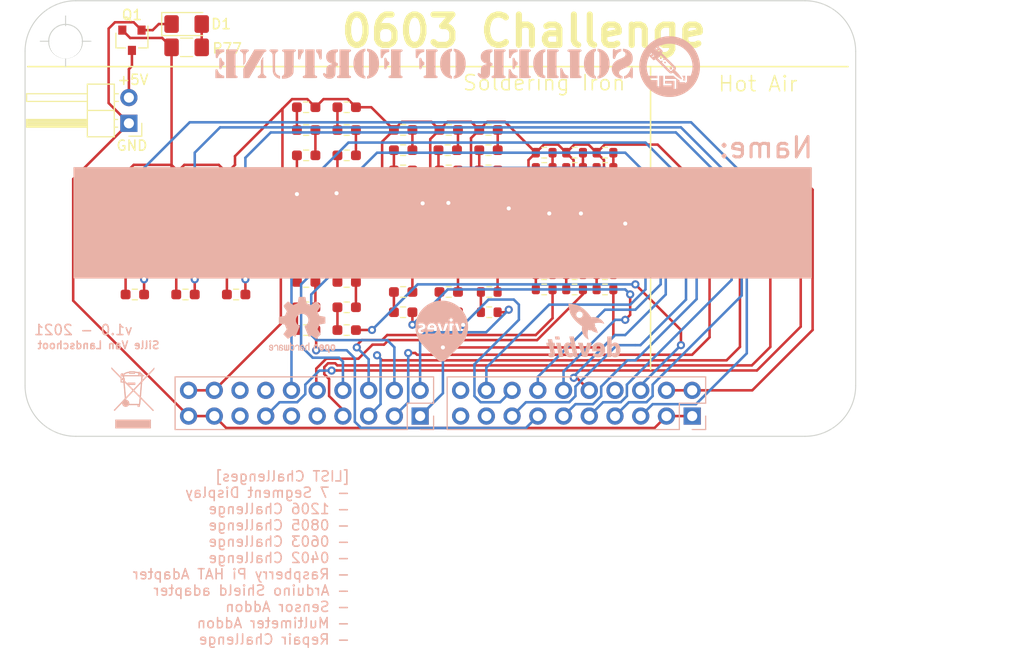
<source format=kicad_pcb>
(kicad_pcb (version 20201116) (generator pcbnew)
  (layers (0 "F.Cu" signal) (31 "B.Cu" signal) (34 "B.Paste" user) (35 "F.Paste" user) (36 "B.SilkS" user "B.Silkscreen") (37 "F.SilkS" user "F.Silkscreen") (38 "B.Mask" user) (39 "F.Mask" user) (44 "Edge.Cuts" user))
  (net 0 "")
  (net 1 "/1P")
  (net 2 "/1G")
  (net 3 "/1F")
  (net 4 "/1E")
  (net 5 "/1D")
  (net 6 "/1C")
  (net 7 "/2A")
  (net 8 "Net-(D1-Pad2)")
  (net 9 "/3A")
  (net 10 "/2P")
  (net 11 "/4A")
  (net 12 "/2G")
  (net 13 "/2F")
  (net 14 "/2E")
  (net 15 "/2D")
  (net 16 "/2C")
  (net 17 "/2B")
  (net 18 "/3P")
  (net 19 "/4P")
  (net 20 "/3G")
  (net 21 "/4G")
  (net 22 "/3F")
  (net 23 "/4F")
  (net 24 "/3E")
  (net 25 "/4E")
  (net 26 "/3D")
  (net 27 "/4D")
  (net 28 "/3C")
  (net 29 "/4C")
  (net 30 "/3B")
  (net 31 "/4B")
  (net 32 "Net-(J3-Pad2)")
  (net 33 "Net-(R1-Pad1)")
  (net 34 "Net-(R2-Pad1)")
  (net 35 "Net-(R22-Pad2)")
  (net 36 "Net-(R24-Pad2)")
  (net 37 "Net-(R25-Pad2)")
  (net 38 "Net-(R26-Pad2)")
  (net 39 "/1B")
  (net 40 "/1A")
  (net 41 "+5V")
  (net 42 "GND")
  (net 43 "Net-(R27-Pad2)")
  (net 44 "Net-(R28-Pad2)")
  (net 45 "Net-(R10-Pad1)")
  (net 46 "Net-(R11-Pad1)")
  (net 47 "Net-(R12-Pad1)")
  (net 48 "Net-(R13-Pad1)")
  (net 49 "Net-(R14-Pad1)")
  (net 50 "Net-(R15-Pad1)")
  (net 51 "Net-(R16-Pad1)")
  (net 52 "Net-(R17-Pad1)")
  (net 53 "Net-(R18-Pad1)")
  (net 54 "Net-(R19-Pad1)")
  (net 55 "Net-(R20-Pad1)")
  (net 56 "Net-(R21-Pad1)")
  (net 57 "Net-(R22-Pad1)")
  (net 58 "Net-(R24-Pad1)")
  (net 59 "Net-(R25-Pad1)")
  (net 60 "Net-(R26-Pad1)")
  (net 61 "Net-(R27-Pad1)")
  (net 62 "Net-(R28-Pad1)")
  (net 63 "Net-(R29-Pad1)")
  (net 64 "Net-(R30-Pad1)")
  (net 65 "Net-(R31-Pad1)")
  (net 66 "Net-(R32-Pad1)")
  (net 67 "Net-(R33-Pad1)")
  (net 68 "Net-(R34-Pad1)")
  (net 69 "Net-(R35-Pad1)")
  (net 70 "Net-(R36-Pad1)")
  (net 71 "Net-(R37-Pad1)")
  (net 72 "Net-(R38-Pad1)")
  (net 73 "Net-(R39-Pad1)")
  (net 74 "Net-(R40-Pad1)")
  (net 75 "Net-(R41-Pad1)")
  (net 76 "Net-(R43-Pad1)")
  (net 77 "Net-(R44-Pad1)")
  (net 78 "Net-(R45-Pad1)")
  (net 79 "Net-(R46-Pad1)")
  (net 80 "Net-(R47-Pad1)")
  (net 81 "Net-(R48-Pad1)")
  (net 82 "Net-(R49-Pad1)")
  (net 83 "Net-(R50-Pad1)")
  (net 84 "Net-(R51-Pad1)")
  (net 85 "Net-(R52-Pad1)")
  (net 86 "Net-(R53-Pad1)")
  (net 87 "Net-(R54-Pad1)")
  (net 88 "Net-(R55-Pad1)")
  (net 89 "Net-(R56-Pad1)")
  (net 90 "Net-(R57-Pad1)")
  (net 91 "Net-(R58-Pad1)")
  (net 92 "Net-(R59-Pad1)")
  (net 93 "Net-(R60-Pad1)")
  (net 94 "Net-(R62-Pad1)")
  (net 95 "Net-(R63-Pad1)")
  (net 96 "Net-(R64-Pad1)")
  (net 97 "Net-(R65-Pad1)")
  (net 98 "Net-(R66-Pad1)")
  (net 99 "Net-(R67-Pad1)")
  (net 100 "Net-(R68-Pad1)")
  (net 101 "Net-(R100-Pad2)")
  (net 102 "Net-(R70-Pad1)")
  (net 103 "Net-(R71-Pad1)")
  (net 104 "Net-(R72-Pad1)")
  (net 105 "Net-(R73-Pad1)")
  (net 106 "Net-(R101-Pad2)")
  (net 107 "Net-(R75-Pad1)")
  (net 108 "Net-(R76-Pad1)")
  (net 109 "Net-(R102-Pad2)")
  (net 110 "Net-(R103-Pad2)")
  (net 111 "Net-(R104-Pad2)")
  (net 112 "Net-(R105-Pad2)")
  (net 113 "Net-(R106-Pad2)")
  (net 114 "Net-(R107-Pad2)")
  (net 115 "Net-(R108-Pad2)")
  (net 116 "Net-(R100-Pad1)")
  (net 117 "Net-(R101-Pad1)")
  (net 118 "Net-(R102-Pad1)")
  (net 119 "Net-(R103-Pad1)")
  (net 120 "Net-(R104-Pad1)")
  (net 121 "Net-(R105-Pad1)")
  (net 122 "Net-(R106-Pad1)")
  (net 123 "Net-(R107-Pad1)")
  (net 124 "Net-(R108-Pad1)")
  (net 125 "Net-(R109-Pad1)")
  (net 126 "Net-(R110-Pad1)")
  (net 127 "Net-(R111-Pad1)")
  (net 128 "Net-(R112-Pad1)")
  (footprint "Resistor_SMD:R_0603_1608Metric_Pad0.98x0.95mm_HandSolder" (layer "F.Cu") (at 91.075 38.25)
    (fp_text reference "R62" hide)
    (fp_text value "220R")
  )
  (footprint "Resistor_SMD:R_0603_1608Metric" (layer "F.Cu") (at 108 45 180)
    (fp_text reference "R103" hide)
    (fp_text value "220R")
  )
  (footprint "Resistor_SMD:R_0603_1608Metric" (layer "F.Cu") (at 105 40.5 180)
    (fp_text reference "R86" hide)
    (fp_text value "220R")
  )
  (footprint "Resistor_SMD:R_0603_1608Metric_Pad0.98x0.95mm_HandSolder" (layer "F.Cu") (at 81.5 30.0125)
    (fp_text reference "R11" hide)
    (fp_text value "220R")
  )
  (footprint "Resistor_SMD:R_0603_1608Metric_Pad0.98x0.95mm_HandSolder" (layer "F.Cu") (at 95.575 36.25 180)
    (fp_text reference "R45" hide)
    (fp_text value "220R")
  )
  (footprint "Resistor_SMD:R_0603_1608Metric" (layer "F.Cu") (at 99.6 44.25)
    (fp_text reference "R27" hide)
    (fp_text value "220R")
  )
  (footprint "Resistor_SMD:R_0603_1608Metric_Pad0.98x0.95mm_HandSolder" (layer "F.Cu") (at 81.5 47.2625 180)
    (fp_text reference "R97" hide)
    (fp_text value "220R")
  )
  (footprint "Resistor_SMD:R_0603_1608Metric" (layer "F.Cu") (at 123.5 41.2 180)
    (fp_text reference "R54" hide)
    (fp_text value "220R")
  )
  (footprint "Resistor_SMD:R_0603_1608Metric" (layer "F.Cu") (at 120.5 44.2 180)
    (fp_text reference "R92" hide)
    (fp_text value "220R")
  )
  (footprint "Resistor_SMD:R_0603_1608Metric_Pad0.98x0.95mm_HandSolder" (layer "F.Cu") (at 85.5 37.2625 180)
    (fp_text reference "R107" hide)
    (fp_text value "220R")
  )
  (footprint "Resistor_SMD:R_0603_1608Metric" (layer "F.Cu") (at 107.999998 39)
    (fp_text reference "R111" hide)
    (fp_text value "220R")
  )
  (footprint "Resistor_SMD:R_0603_1608Metric" (layer "F.Cu") (at 111 43.5)
    (fp_text reference "R33" hide)
    (fp_text value "220R")
  )
  (footprint "Resistor_SMD:R_0603_1608Metric_Pad0.98x0.95mm_HandSolder" (layer "F.Cu") (at 81.5 37.2625 180)
    (fp_text reference "R105" hide)
    (fp_text value "220R")
  )
  (footprint "Resistor_SMD:R_1206_3216Metric_Pad1.42x1.75mm_HandSolder" (layer "F.Cu") (at 69.7 24.1)
    (fp_text reference "R77")
    (fp_text value "1K")
  )
  (footprint "Resistor_SMD:R_0603_1608Metric" (layer "F.Cu") (at 120.5 39.7)
    (fp_text reference "R34" hide)
    (fp_text value "220R")
  )
  (footprint "Resistor_SMD:R_0603_1608Metric_Pad0.98x0.95mm_HandSolder" (layer "F.Cu") (at 91.075 44.25)
    (fp_text reference "R25" hide)
    (fp_text value "220R")
  )
  (footprint "Resistor_SMD:R_0603_1608Metric_Pad0.98x0.95mm_HandSolder" (layer "F.Cu") (at 99.5 34.25)
    (fp_text reference "R69" hide)
    (fp_text value "220R")
  )
  (footprint "Resistor_SMD:R_0603_1608Metric_Pad0.98x0.95mm_HandSolder" (layer "F.Cu") (at 91.075 34.25)
    (fp_text reference "R24" hide)
    (fp_text value "220R")
  )
  (footprint "Resistor_SMD:R_0603_1608Metric" (layer "F.Cu") (at 111 36)
    (fp_text reference "R32" hide)
    (fp_text value "220R")
  )
  (footprint "Resistor_SMD:R_0603_1608Metric" (layer "F.Cu") (at 123.5 39.7)
    (fp_text reference "R35" hide)
    (fp_text value "220R")
  )
  (footprint "Resistor_SMD:R_0603_1608Metric_Pad0.98x0.95mm_HandSolder" (layer "F.Cu") (at 95.575 42.25 180)
    (fp_text reference "R29" hide)
    (fp_text value "220R")
  )
  (footprint "Resistor_SMD:R_0603_1608Metric_Pad0.98x0.95mm_HandSolder" (layer "F.Cu") (at 64.5875 45.5)
    (fp_text reference "R58" hide)
    (fp_text value "220R")
  )
  (footprint "Resistor_SMD:R_0603_1608Metric_Pad0.98x0.95mm_HandSolder" (layer "F.Cu") (at 85.5 39.7625)
    (fp_text reference "R116" hide)
    (fp_text value "220R")
  )
  (footprint "Resistor_SMD:R_0603_1608Metric" (layer "F.Cu") (at 111 42 180)
    (fp_text reference "R14" hide)
    (fp_text value "220R")
  )
  (footprint "Resistor_SMD:R_0603_1608Metric_Pad0.98x0.95mm_HandSolder" (layer "F.Cu") (at 85.5 47.2625 180)
    (fp_text reference "R41" hide)
    (fp_text value "220R")
  )
  (footprint "Resistor_SMD:R_0603_1608Metric" (layer "F.Cu") (at 126.5 42.7)
    (fp_text reference "R75" hide)
    (fp_text value "220R")
  )
  (footprint "Resistor_SMD:R_0603_1608Metric_Pad0.98x0.95mm_HandSolder" (layer "F.Cu") (at 69.5875 48.5 180)
    (fp_text reference "R79" hide)
    (fp_text value "220R")
  )
  (footprint "Resistor_SMD:R_0603_1608Metric_Pad0.98x0.95mm_HandSolder" (layer "F.Cu") (at 74.5875 39.5)
    (fp_text reference "R49" hide)
    (fp_text value "220R")
  )
  (footprint "Resistor_SMD:R_0603_1608Metric_Pad0.98x0.95mm_HandSolder" (layer "F.Cu") (at 81.5 34.7625)
    (fp_text reference "R94" hide)
    (fp_text value "220R")
  )
  (footprint "Resistor_SMD:R_0603_1608Metric_Pad0.98x0.95mm_HandSolder" (layer "F.Cu") (at 74.5875 45.5)
    (fp_text reference "R104" hide)
    (fp_text value "220R")
  )
  (footprint "Resistor_SMD:R_0603_1608Metric_Pad0.98x0.95mm_HandSolder" (layer "F.Cu") (at 64.5875 39.5)
    (fp_text reference "R20" hide)
    (fp_text value "220R")
  )
  (footprint "Resistor_SMD:R_0603_1608Metric_Pad0.98x0.95mm_HandSolder" (layer "F.Cu") (at 81.5 32.2625 180)
    (fp_text reference "R50" hide)
    (fp_text value "220R")
  )
  (footprint "Resistor_SMD:R_0603_1608Metric" (layer "F.Cu") (at 99.575 46.25 180)
    (fp_text reference "R46" hide)
    (fp_text value "220R")
  )
  (footprint "Resistor_SMD:R_0603_1608Metric" (layer "F.Cu") (at 120.5 38.2 180)
    (fp_text reference "R15" hide)
    (fp_text value "220R")
  )
  (footprint "Connector_PinHeader_2.54mm:PinHeader_1x02_P2.54mm_Horizontal" (layer "F.Cu") (at 64 31.6 180)
    (fp_text reference "J3" hide)
    (fp_text value "Conn_01x02")
  )
  (footprint "Resistor_SMD:R_0603_1608Metric" (layer "F.Cu") (at 108 42 180)
    (fp_text reference "R48" hide)
    (fp_text value "220R")
  )
  (footprint "Resistor_SMD:R_0603_1608Metric_Pad0.98x0.95mm_HandSolder" (layer "F.Cu") (at 74.5875 42.5 180)
    (fp_text reference "R89" hide)
    (fp_text value "220R")
  )
  (footprint "Resistor_SMD:R_0603_1608Metric_Pad0.98x0.95mm_HandSolder" (layer "F.Cu") (at 69.5875 45.5)
    (fp_text reference "R59" hide)
    (fp_text value "220R")
  )
  (footprint "Resistor_SMD:R_0603_1608Metric_Pad0.98x0.95mm_HandSolder" (layer "F.Cu") (at 95.575 32.25 180)
    (fp_text reference "R7" hide)
    (fp_text value "220R")
  )
  (footprint "Resistor_SMD:R_0603_1608Metric" (layer "F.Cu") (at 120.5 41.2 180)
    (fp_text reference "R53" hide)
    (fp_text value "220R")
  )
  (footprint "Resistor_SMD:R_0603_1608Metric_Pad0.98x0.95mm_HandSolder" (layer "F.Cu") (at 99.5 32.25 180)
    (fp_text reference "R30" hide)
    (fp_text value "220R")
  )
  (footprint "Resistor_SMD:R_0603_1608Metric" (layer "F.Cu") (at 111 34.5 180)
    (fp_text reference "R13" hide)
    (fp_text value "220R")
  )
  (footprint "Resistor_SMD:R_0603_1608Metric_Pad0.98x0.95mm_HandSolder" (layer "F.Cu") (at 91.075 36.25 180)
    (fp_text reference "R43" hide)
    (fp_text value "220R")
  )
  (footprint "Resistor_SMD:R_0603_1608Metric" (layer "F.Cu") (at 129.5 38.2 180)
    (fp_text reference "R19" hide)
    (fp_text value "220R")
  )
  (footprint "MountingHole:MountingHole_3.2mm_M3" (layer "F.Cu") (at 57.75 23.6)
    (fp_text reference "H1" hide)
    (fp_text value "MountingHole")
  )
  (footprint "Resistor_SMD:R_0603_1608Metric" (layer "F.Cu") (at 111 48 180)
    (fp_text reference "R91" hide)
    (fp_text value "220R")
  )
  (footprint "LED_SMD:LED_1206_3216Metric_Pad1.42x1.75mm_HandSolder" (layer "F.Cu") (at 69.7 21.8)
    (fp_text reference "D1")
    (fp_text value "LED")
  )
  (footprint "Resistor_SMD:R_0603_1608Metric_Pad0.98x0.95mm_HandSolder" (layer "F.Cu") (at 95.575 48.25)
    (fp_text reference "R108" hide)
    (fp_text value "220R")
  )
  (footprint "Resistor_SMD:R_0603_1608Metric_Pad0.98x0.95mm_HandSolder" (layer "F.Cu") (at 95.575 40.25 180)
    (fp_text reference "R84" hide)
    (fp_text value "220R")
  )
  (footprint "Resistor_SMD:R_0603_1608Metric_Pad0.98x0.95mm_HandSolder" (layer "F.Cu") (at 81.5 39.7625)
    (fp_text reference "R114" hide)
    (fp_text value "220R")
  )
  (footprint "Resistor_SMD:R_0603_1608Metric" (layer "F.Cu") (at 107.999998 37.5 180)
    (fp_text reference "R102" hide)
    (fp_text value "220R")
  )
  (footprint "Resistor_SMD:R_0603_1608Metric_Pad0.98x0.95mm_HandSolder" (layer "F.Cu") (at 81.5 49.7625)
    (fp_text reference "R106" hide)
    (fp_text value "220R")
  )
  (footprint "MountingHole:MountingHole_3.2mm_M3" (layer "F.Cu") (at 131.75 23.5)
    (fp_text reference "H2" hide)
    (fp_text value "MountingHole")
  )
  (footprint "Resistor_SMD:R_0603_1608Metric" (layer "F.Cu") (at 126.5 38.2 180)
    (fp_text reference "R18" hide)
    (fp_text value "220R")
  )
  (footprint "Resistor_SMD:R_0603_1608Metric_Pad0.98x0.95mm_HandSolder" (layer "F.Cu") (at 64.5875 48.5 180)
    (fp_text reference "R78" hide)
    (fp_text value "220R")
  )
  (footprint "Resistor_SMD:R_0603_1608Metric_Pad0.98x0.95mm_HandSolder" (layer "F.Cu") (at 91.075 40.25 180)
    (fp_text reference "R82" hide)
    (fp_text value "220R")
  )
  (footprint "Resistor_SMD:R_0603_1608Metric" (layer "F.Cu") (at 107.999998 36)
    (fp_text reference "R87" hide)
    (fp_text value "220R")
  )
  (footprint "Resistor_SMD:R_0603_1608Metric_Pad0.98x0.95mm_HandSolder" (layer "F.Cu") (at 69.5875 39.5)
    (fp_text reference "R21" hide)
    (fp_text value "220R")
  )
  (footprint "Resistor_SMD:R_0603_1608Metric_Pad0.98x0.95mm_HandSolder" (layer "F.Cu") (at 64.5875 42.5 180)
    (fp_text reference "R39" hide)
    (fp_text value "220R")
  )
  (footprint "Resistor_SMD:R_0603_1608Metric" (layer "F.Cu") (at 129.5 41.2 180)
    (fp_text reference "R57" hide)
    (fp_text value "220R")
  )
  (footprint "Resistor_SMD:R_0603_1608Metric_Pad0.98x0.95mm_HandSolder" (layer "F.Cu") (at 81.5 44.7625)
    (fp_text reference "R55" hide)
    (fp_text value "220R")
  )
  (footprint "Resistor_SMD:R_0603_1608Metric_Pad0.98x0.95mm_HandSolder" (layer "F.Cu") (at 69.5875 36.5 180)
    (fp_text reference "R2" hide)
    (fp_text value "220R")
  )
  (footprint "Resistor_SMD:R_0603_1608Metric" (layer "F.Cu") (at 99.575 50.25 180)
    (fp_text reference "R85" hide)
    (fp_text value "220R")
  )
  (footprint "Resistor_SMD:R_0603_1608Metric" (layer "F.Cu") (at 129.5 44.2 180)
    (fp_text reference "R96" hide)
    (fp_text value "220R")
  )
  (footprint "Resistor_SMD:R_0603_1608Metric_Pad0.98x0.95mm_HandSolder" (layer "F.Cu") (at 74.5875 48.5 180)
    (fp_text reference "R113" hide)
    (fp_text value "220R")
  )
  (footprint "Resistor_SMD:R_0603_1608Metric_Pad0.98x0.95mm_HandSolder" (layer "F.Cu") (at 69.5875 42.5 180)
    (fp_text reference "R40" hide)
    (fp_text value "220R")
  )
  (footprint "Resistor_SMD:R_0603_1608Metric_Pad0.98x0.95mm_HandSolder" (layer "F.Cu") (at 99.5 36.25 180)
    (fp_text reference "R100" hide)
    (fp_text value "220R")
  )
  (footprint "Resistor_SMD:R_0603_1608Metric_Pad0.98x0.95mm_HandSolder" (layer "F.Cu") (at 95.575 50.25 180)
    (fp_text reference "R117" hide)
    (fp_text value "220R")
  )
  (footprint "Resistor_SMD:R_0603_1608Metric_Pad0.98x0.95mm_HandSolder" (layer "F.Cu") (at 91.075 42.25 180)
    (fp_text reference "R6" hide)
    (fp_text value "220R")
  )
  (footprint "Resistor_SMD:R_0603_1608Metric_Pad0.98x0.95mm_HandSolder" (layer "F.Cu") (at 99.5 38.25)
    (fp_text reference "R109" hide)
    (fp_text value "220R")
  )
  (footprint "Resistor_SMD:R_0603_1608Metric" (layer "F.Cu") (at 123.5 44.2 180)
    (fp_text reference "R93" hide)
    (fp_text value "220R")
  )
  (footprint "Resistor_SMD:R_0603_1608Metric_Pad0.98x0.95mm_HandSolder" (layer "F.Cu") (at 81.5 52.0125 180)
    (fp_text reference "R115" hide)
    (fp_text value "220R")
  )
  (footprint "Resistor_SMD:R_0603_1608Metric" (layer "F.Cu") (at 111 40.5 180)
    (fp_text reference "R90" hide)
    (fp_text value "220R")
  )
  (footprint "Resistor_SMD:R_0603_1608Metric_Pad0.98x0.95mm_HandSolder" (layer "F.Cu") (at 64.5875 36.5 180)
    (fp_text reference "R1" hide)
    (fp_text value "220R")
  )
  (footprint "Resistor_SMD:R_0603_1608Metric_Pad0.98x0.95mm_HandSolder" (layer "F.Cu") (at 99.5 40.25 180)
    (fp_text reference "R118" hide)
    (fp_text value "220R")
  )
  (footprint "Resistor_SMD:R_0603_1608Metric_Pad0.98x0.95mm_HandSolder" (layer "F.Cu") (at 95.575 46.25 180)
    (fp_text reference "R99" hide)
    (fp_text value "220R")
  )
  (footprint "Resistor_SMD:R_0603_1608Metric" (layer "F.Cu") (at 111 46.5)
    (fp_text reference "R71" hide)
    (fp_text value "220R")
  )
  (footprint "Resistor_SMD:R_0603_1608Metric" (layer "F.Cu") (at 105 36)
    (fp_text reference "R28" hide)
    (fp_text value "220R")
  )
  (footprint "Resistor_SMD:R_0603_1608Metric" (layer "F.Cu") (at 108 48 180)
    (fp_text reference "R121" hide)
    (fp_text value "220R")
  )
  (footprint "Resistor_SMD:R_0603_1608Metric_Pad0.98x0.95mm_HandSolder" (layer "F.Cu") (at 91.075 50.25 180)
    (fp_text reference "R83" hide)
    (fp_text value "220R")
  )
  (footprint "Resistor_SMD:R_0603_1608Metric" (layer "F.Cu") (at 104.999998 34.500001 180)
    (fp_text reference "R9" hide)
    (fp_text value "220R")
  )
  (footprint "MountingHole:MountingHole_3.2mm_M3" (layer "F.Cu") (at 131.75 58.5)
    (fp_text reference "H4" hide)
    (fp_text value "MountingHole")
  )
  (footprint "Resistor_SMD:R_0603_1608Metric_Pad0.98x0.95mm_HandSolder" (layer "F.Cu") (at 85.5 34.7625)
    (fp_text reference "R98" hide)
    (fp_text value "220R")
  )
  (footprint "Resistor_SMD:R_0603_1608Metric" (layer "F.Cu") (at 126.5 39.7)
    (fp_text reference "R37" hide)
    (fp_text value "220R")
  )
  (footprint "Resistor_SMD:R_0603_1608Metric_Pad0.98x0.95mm_HandSolder" (layer "F.Cu") (at 91.075 32.25 180)
    (fp_text reference "R5" hide)
    (fp_text value "220R")
  )
  (footprint "Resistor_SMD:R_0603_1608Metric_Pad0.98x0.95mm_HandSolder" (layer "F.Cu") (at 74.5875 36.5 180)
    (fp_text reference "R10" hide)
    (fp_text value "220R")
  )
  (footprint "Resistor_SMD:R_0603_1608Metric_Pad0.98x0.95mm_HandSolder" (layer "F.Cu") (at 85.5 30.0125)
    (fp_text reference "R17" hide)
    (fp_text value "220R")
  )
  (footprint "Resistor_SMD:R_0603_1608Metric" (layer "F.Cu") (at 108 43.5)
    (fp_text reference "R88" hide)
    (fp_text value "220R")
  )
  (footprint "Resistor_SMD:R_0603_1608Metric" (layer "F.Cu") (at 123.5 42.7)
    (fp_text reference "R73" hide)
    (fp_text value "220R")
  )
  (footprint "Resistor_SMD:R_0603_1608Metric_Pad0.98x0.95mm_HandSolder" (layer "F.Cu") (at 95.575 44.25)
    (fp_text reference "R68" hide)
    (fp_text value "220R")
  )
  (footprint "Resistor_SMD:R_0603_1608Metric" (layer "F.Cu") (at 126.5 41.2 180)
    (fp_text reference "R56" hide)
    (fp_text value "220R")
  )
  (footprint "Resistor_SMD:R_0603_1608Metric" (layer "F.Cu") (at 108 40.5 180)
    (fp_text reference "R120" hide)
    (fp_text value "220R")
  )
  (footprint "Resistor_SMD:R_0603_1608Metric_Pad0.98x0.95mm_HandSolder" (layer "F.Cu") (at 95.575 38.25)
    (fp_text reference "R64" hide)
    (fp_text value "220R")
  )
  (footprint "Resistor_SMD:R_0603_1608Metric" (layer "F.Cu") (at 105 43.5)
    (fp_text reference "R74" hide)
    (fp_text value "220R")
  )
  (footprint "Resistor_SMD:R_0603_1608Metric_Pad0.98x0.95mm_HandSolder" (layer "F.Cu") (at 85.5 44.7625)
    (fp_text reference "R22" hide)
    (fp_text value "220R")
  )
  (footprint "Resistor_SMD:R_0603_1608Metric" (layer "F.Cu") (at 120.5 42.7)
    (fp_text reference "R72" hide)
    (fp_text value "220R")
  )
  (footprint "Resistor_SMD:R_0603_1608Metric" (layer "F.Cu") (at 99.575 48.25)
    (fp_text reference "R65" hide)
    (fp_text value "220R")
  )
  (footprint "Resistor_SMD:R_0603_1608Metric" (layer "F.Cu") (at 123.5 38.2 180)
    (fp_text reference "R16" hide)
    (fp_text value "220R")
  )
  (footprint "Resistor_SMD:R_0603_1608Metric_Pad0.98x0.95mm_HandSolder" (layer "F.Cu") (at 85.5 52.0125 180)
    (fp_text reference "R80" hide)
    (fp_text value "220R")
  )
  (footprint "MountingHole:MountingHole_3.2mm_M3" (layer "F.Cu") (at 57.75 58.5)
    (fp_text reference "H3" hide)
    (fp_text value "MountingHole")
  )
  (footprint "Resistor_SMD:R_0603_1608Metric" (layer "F.Cu") (at 104.999998 39)
    (fp_text reference "R66" hide)
    (fp_text value "220R")
  )
  (footprint "Resistor_SMD:R_0603_1608Metric_Pad0.98x0.95mm_HandSolder" (layer "F.Cu") (at 91.075 46.25 180)
    (fp_text reference "R44" hide)
    (fp_text value "220R")
  )
  (footprint "Resistor_SMD:R_0603_1608Metric" (layer "F.Cu") (at 111 39)
    (fp_text reference "R70" hide)
    (fp_text value "220R")
  )
  (footprint "Resistor_SMD:R_0603_1608Metric_Pad0.98x0.95mm_HandSolder" (layer "F.Cu") (at 95.475 34.25)
    (fp_text reference "R26" hide)
    (fp_text value "220R")
  )
  (footprint "Resistor_SMD:R_0603_1608Metric_Pad0.98x0.95mm_HandSolder" (layer "F.Cu") (at 85.5 32.2625 180)
    (fp_text reference "R67" hide)
    (fp_text value "220R")
  )
  (footprint "Resistor_SMD:R_0603_1608Metric_Pad0.98x0.95mm_HandSolder" (layer "F.Cu") (at 85.5 49.7625)
    (fp_text reference "R60" hide)
    (fp_text value "220R")
  )
  (footprint "Resistor_SMD:R_0603_1608Metric_Pad0.98x0.95mm_HandSolder" (layer "F.Cu") (at 91.075 48.25)
    (fp_text reference "R63" hide)
    (fp_text value "220R")
  )
  (footprint "Resistor_SMD:R_0603_1608Metric" (layer "F.Cu") (at 104.999998 37.5 180)
    (fp_text reference "R47" hide)
    (fp_text value "220R")
  )
  (footprint "Resistor_SMD:R_0603_1608Metric_Pad0.98x0.95mm_HandSolder" (layer "F.Cu") (at 81.5 42.2625 180)
    (fp_text reference "R12" hide)
    (fp_text value "220R")
  )
  (footprint "Resistor_SMD:R_0603_1608Metric" (layer "F.Cu") (at 105 46.5)
    (fp_text reference "R110" hide)
    (fp_text value "220R")
  )
  (footprint "Resistor_SMD:R_0603_1608Metric" (layer "F.Cu") (at 111 45 180)
    (fp_text reference "R52" hide)
    (fp_text value "220R")
  )
  (footprint "Resistor_SMD:R_0603_1608Metric_Pad0.98x0.95mm_HandSolder" (layer "F.Cu") (at 85.5 42.2625 180)
    (fp_text reference "R3" hide)
    (fp_text value "220R")
  )
  (footprint "Package_TO_SOT_SMD:SOT-23" (layer "F.Cu") (at 64.3 23.4 -90)
    (fp_text reference "Q1")
    (fp_text value "BSS84")
  )
  (footprint "Resistor_SMD:R_0603_1608Metric" (layer "F.Cu") (at 129.5 42.7)
    (fp_text reference "R76" hide)
    (fp_text value "220R")
  )
  (footprint "Resistor_SMD:R_0603_1608Metric" (layer "F.Cu") (at 111 37.5 180)
    (fp_text reference "R51" hide)
    (fp_text value "220R")
  )
  (footprint "Resistor_SMD:R_0603_1608Metric" (layer "F.Cu") (at 105 45 180)
    (fp_text reference "R101" hide)
    (fp_text value "220R")
  )
  (footprint "Resistor_SMD:R_0603_1608Metric" (layer "F.Cu") (at 126.5 44.2 180)
    (fp_text reference "R95" hide)
    (fp_text value "220R")
  )
  (footprint "Resistor_SMD:R_0603_1608Metric" (layer "F.Cu") (at 105 42 180)
    (fp_text reference "R31" hide)
    (fp_text value "220R")
  )
  (footprint "Resistor_SMD:R_0603_1608Metric" (layer "F.Cu") (at 108 46.5)
    (fp_text reference "R112" hide)
    (fp_text value "220R")
  )
  (footprint "Resistor_SMD:R_0603_1608Metric" (layer "F.Cu") (at 107.999998 34.500001 180)
    (fp_text reference "R36" hide)
    (fp_text value "220R")
  )
  (footprint "Resistor_SMD:R_0603_1608Metric" (layer "F.Cu") (at 129.5 39.7)
    (fp_text reference "R38" hide)
    (fp_text value "220R")
  )
  (footprint "Resistor_SMD:R_0603_1608Metric" (layer "F.Cu") (at 105 48 180)
    (fp_text reference "R119" hide)
    (fp_text value "220R")
  )
  (footprint "Resistor_SMD:R_0603_1608Metric" (layer "F.Cu") (at 99.575 42.25 180)
    (fp_text reference "R8" hide)
    (fp_text value "220R")
  )
  (footprint "Connector_PinHeader_2.54mm:PinHeader_2x10_P2.54mm_Vertical" (layer "B.Cu") (at 119.61 60.5 90)
    (fp_text reference "J1" hide)
    (fp_text value "Conn_02x10_Odd_Even")
  )
  (footprint "solder of fortune:logo_vives_6mm" (layer "B.Cu") (at 94.9 52.2 180)
    (fp_text reference "REF**" hide)
    (fp_text value "logo_vives_6mm" hide)
  )
  (footprint "Symbol:OSHW-Logo2_7.3x6mm_SilkScreen" (layer "B.Cu") (at 81.1 51.5 180)
    (fp_text reference "REF**" hide)
    (fp_text value "OSHW-Logo2_7.3x6mm_SilkScreen" hide)
  )
  (footprint "solder of fortune:logo_sof_single_6mm" (layer "B.Cu") (at 96.4 26 180)
    (fp_text reference "REF**" hide)
    (fp_text value "logo_sof_single_6mm")
  )
  (footprint "solder of fortune:logo_devbit_6mm" (layer "B.Cu") (at 108.9 52.4 180)
    (fp_text reference "REF**" hide)
    (fp_text value "logo_devbit_6mm" hide)
  )
  (footprint "Connector_PinHeader_2.54mm:PinHeader_2x10_P2.54mm_Vertical" (layer "B.Cu") (at 92.75 60.5 90)
    (fp_text reference "J2" hide)
    (fp_text value "Conn_02x10_Odd_Even")
  )
  (footprint "Symbol:WEEE-Logo_4.2x6mm_SilkScreen" (layer "B.Cu") (at 64.4 58.7 180)
    (fp_text reference "REF**" hide)
    (fp_text value "WEEE-Logo_4.2x6mm_SilkScreen" hide)
  )
  (gr_rect (start 58.6 36) (end 131.35 46.85) (layer "B.SilkS") (width 0.15) (fill solid))
  (gr_line (start 115.5 26) (end 115.5 55.9) (layer "F.SilkS") (width 0.15))
  (gr_line (start 54 26) (end 135 26) (layer "F.SilkS") (width 0.15))
  (gr_arc (start 58.75 24.5) (end 53.75 24.5) (angle 90) (layer "Edge.Cuts") (width 0.1))
  (gr_arc (start 130.75 57.5) (end 135.75 57.5) (angle 90) (layer "Edge.Cuts") (width 0.1))
  (gr_line (start 53.75 24.5) (end 53.75 57.5) (layer "Edge.Cuts") (width 0.1))
  (gr_arc (start 58.75 57.5) (end 58.75 62.5) (angle 90) (layer "Edge.Cuts") (width 0.1))
  (gr_line (start 135.75 57.5) (end 135.75 24.5) (layer "Edge.Cuts") (width 0.1))
  (gr_line (start 58.75 62.5) (end 130.75 62.5) (layer "Edge.Cuts") (width 0.1))
  (gr_arc (start 130.75 24.5) (end 130.75 19.5) (angle 90) (layer "Edge.Cuts") (width 0.1))
  (gr_line (start 130.75 19.5) (end 58.75 19.5) (layer "Edge.Cuts") (width 0.1))
  (gr_text "v1.0 - 2021" (at 59.5 52) (layer "B.SilkS") (effects (font (size 1 1)) (justify mirror)))
  (gr_text "Name:" (at 126.9 34) (layer "B.SilkS") (effects (font (size 2 2) (thickness 0.3)) (justify mirror)))
  (gr_text "Sille Van Landschoot\n" (at 61 53.5) (layer "B.SilkS") (effects (font (size 0.75 0.75)) (justify mirror)))
  (gr_text "[LIST Challenges]\n- 7 Segment Display\n- 1206 Challenge\n- 0805 Challenge\n- 0603 Challenge\n- 0402 Challenge\n- Raspberry Pi HAT Adapter\n- Arduino Shield adapter\n- Sensor Addon\n- Multimeter Addon\n- Repair Challenge" (at 85.9 74.5) (layer "B.SilkS") (effects (font (size 1 1)) (justify left mirror)))
  (gr_text "Soldering Iron" (at 105 27.6) (layer "F.SilkS") (effects (font (size 1.5 1.5))))
  (gr_text "GND" (at 64.3 33.8) (layer "F.SilkS") (effects (font (size 1 1))))
  (gr_text "0603 Challenge" (at 103 22.5) (layer "F.SilkS") (effects (font (size 3 3) (thickness 0.6))))
  (gr_text "Hot Air" (at 126.1 27.7) (layer "F.SilkS") (effects (font (size 1.5 1.5))))
  (gr_text "+5V" (at 64.4 27.3) (layer "F.SilkS") (effects (font (size 1 1))))
  (target plus (at 57.75 23.5) (size 5) (width 0.1) (layer "Edge.Cuts"))
  (segment (start 84.5875 38.5875) (end 84.5 38.5) (width 0.25) (layer "F.Cu") (net 3))
  (segment (start 84.5875 39.7625) (end 84.5875 38.5875) (width 0.25) (layer "F.Cu") (net 3))
  (via (at 84.5 38.5) (size 0.8) (drill 0.4) (layers "F.Cu" "B.Cu") (net 3))
  (segment (start 107.474001 59.135001) (end 108.085001 58.524001) (width 0.25) (layer "B.Cu") (net 3))
  (segment (start 113 34.5) (end 119 40.5) (width 0.25) (layer "B.Cu") (net 3))
  (segment (start 119 49) (end 114.5 53.5) (width 0.25) (layer "B.Cu") (net 3))
  (segment (start 101.83 60.5) (end 103.194999 59.135001) (width 0.25) (layer "B.Cu") (net 3))
  (segment (start 108.085001 57.585997) (end 112.170998 53.5) (width 0.25) (layer "B.Cu") (net 3))
  (segment (start 84.5 38.5) (end 88.5 34.5) (width 0.25) (layer "B.Cu") (net 3))
  (segment (start 114.5 53.5) (end 114 53.5) (width 0.25) (layer "B.Cu") (net 3))
  (segment (start 119 40.5) (end 119 49) (width 0.25) (layer "B.Cu") (net 3))
  (segment (start 112.170998 53.5) (end 114 53.5) (width 0.25) (layer "B.Cu") (net 3))
  (segment (start 103.194999 59.135001) (end 107.474001 59.135001) (width 0.25) (layer "B.Cu") (net 3))
  (segment (start 88.5 34.5) (end 113 34.5) (width 0.25) (layer "B.Cu") (net 3))
  (segment (start 108.085001 58.524001) (end 108.085001 57.585997) (width 0.25) (layer "B.Cu") (net 3))
  (segment (start 82.487347 54.012653) (end 82.487347 52.087347) (width 0.25) (layer "F.Cu") (net 4))
  (segment (start 82.487347 52.087347) (end 82.4125 52.0125) (width 0.25) (layer "F.Cu") (net 4))
  (via (at 82.487347 54.012653) (size 0.8) (drill 0.4) (layers "F.Cu" "B.Cu") (net 4))
  (segment (start 104.37 60.5) (end 103.194999 61.675001) (width 0.25) (layer "B.Cu") (net 4))
  (segment (start 103.194999 61.675001) (end 86.916001 61.675001) (width 0.25) (layer "B.Cu") (net 4))
  (segment (start 86.305001 61.064001) (end 86.305001 54.805001) (width 0.25) (layer "B.Cu") (net 4))
  (segment (start 86.305001 54.805001) (end 85.5 54) (width 0.25) (layer "B.Cu") (net 4))
  (segment (start 82.5 54) (end 82.487347 54.012653) (width 0.25) (layer "B.Cu") (net 4))
  (segment (start 86.916001 61.675001) (end 86.305001 61.064001) (width 0.25) (layer "B.Cu") (net 4))
  (segment (start 85.5 54) (end 82.5 54) (width 0.25) (layer "B.Cu") (net 4))
  (segment (start 80.5875 39.7625) (end 80.5875 38.5875) (width 0.25) (layer "F.Cu") (net 5))
  (via (at 80.5875 38.5875) (size 0.8) (drill 0.4) (layers "F.Cu" "B.Cu") (net 5))
  (segment (start 114 55) (end 113.5 55) (width 0.25) (layer "B.Cu") (net 5))
  (segment (start 120 38.5) (end 120.049991 38.450009) (width 0.25) (layer "B.Cu") (net 5))
  (segment (start 80.5875 38.5875) (end 85.675 33.5) (width 0.25) (layer "B.Cu") (net 5))
  (segment (start 110.625001 58.524001) (end 110.625001 57.585997) (width 0.25) (layer "B.Cu") (net 5))
  (segment (start 113.210998 55) (end 113.5 55) (width 0.25) (layer "B.Cu") (net 5))
  (segment (start 106.91 60.5) (end 108.085001 59.324999) (width 0.25) (layer "B.Cu") (net 5))
  (segment (start 109.824003 59.324999) (end 110.625001 58.524001) (width 0.25) (layer "B.Cu") (net 5))
  (segment (start 120.049991 38.450009) (end 120.049991 48.950009) (width 0.25) (layer "B.Cu") (net 5))
  (segment (start 85.675 33.5) (end 115 33.5) (width 0.25) (layer "B.Cu") (net 5))
  (segment (start 120.049991 48.950009) (end 114 55) (width 0.25) (layer "B.Cu") (net 5))
  (segment (start 110.625001 57.585997) (end 113.210998 55) (width 0.25) (layer "B.Cu") (net 5))
  (segment (start 115 33.5) (end 120 38.5) (width 0.25) (layer "B.Cu") (net 5))
  (segment (start 108.085001 59.324999) (end 109.824003 59.324999) (width 0.25) (layer "B.Cu") (net 5))
  (segment (start 75.5 48.5) (end 75.5 47) (width 0.25) (layer "F.Cu") (net 6))
  (via (at 75.5 47) (size 0.8) (drill 0.4) (layers "F.Cu" "B.Cu") (net 6))
  (segment (start 75.5 47) (end 75.5 35) (width 0.25) (layer "B.Cu") (net 6))
  (segment (start 118 32.5) (end 123.5 38) (width 0.25) (layer "B.Cu") (net 6))
  (segment (start 112.554001 59.135001) (end 110.814999 59.135001) (width 0.25) (layer "B.Cu") (net 6))
  (segment (start 123.5 47.061) (end 113.165001 57.395999) (width 0.25) (layer "B.Cu") (net 6))
  (segment (start 78 32.5) (end 118 32.5) (width 0.25) (layer "B.Cu") (net 6))
  (segment (start 75.5 35) (end 78 32.5) (width 0.25) (layer "B.Cu") (net 6))
  (segment (start 123.5 38) (end 123.5 47.061) (width 0.25) (layer "B.Cu") (net 6))
  (segment (start 110.814999 59.135001) (end 109.45 60.5) (width 0.25) (layer "B.Cu") (net 6))
  (segment (start 113.165001 57.395999) (end 113.165001 58.524001) (width 0.25) (layer "B.Cu") (net 6))
  (segment (start 113.165001 58.524001) (end 112.554001 59.135001) (width 0.25) (layer "B.Cu") (net 6))
  (segment (start 88 52) (end 86.425 52) (width 0.25) (layer "F.Cu") (net 7))
  (segment (start 86.425 52) (end 86.4125 52.0125) (width 0.25) (layer "F.Cu") (net 7))
  (segment (start 118.5 53.5) (end 118.5 52) (width 0.25) (layer "F.Cu") (net 7))
  (segment (start 118.5 52) (end 114 47.5) (width 0.25) (layer "F.Cu") (net 7))
  (via (at 118.5 53.5) (size 0.8) (drill 0.4) (layers "F.Cu" "B.Cu") (net 7))
  (via (at 114 47.5) (size 0.8) (drill 0.4) (layers "F.Cu" "B.Cu") (net 7))
  (via (at 88 52) (size 0.8) (drill 0.4) (layers "F.Cu" "B.Cu") (net 7))
  (segment (start 92.5 47.5) (end 88 52) (width 0.25) (layer "B.Cu") (net 7))
  (segment (start 114.53 57.96) (end 114.53 57.47) (width 0.25) (layer "B.Cu") (net 7))
  (segment (start 114 47.5) (end 92.5 47.5) (width 0.25) (layer "B.Cu") (net 7))
  (segment (start 114.53 57.47) (end 118.5 53.5) (width 0.25) (layer "B.Cu") (net 7))
  (segment (start 71.1875 21.8) (end 71.1875 24.1) (width 0.25) (layer "F.Cu") (net 8))
  (segment (start 100.65 50) (end 100.4 50.25) (width 0.25) (layer "F.Cu") (net 9))
  (segment (start 101.25 50.25) (end 101.5 50) (width 0.25) (layer "F.Cu") (net 9))
  (segment (start 100.4 50.25) (end 101.25 50.25) (width 0.25) (layer "F.Cu") (net 9))
  (via (at 101.5 50) (size 0.8) (drill 0.4) (layers "F.Cu" "B.Cu") (net 9))
  (segment (start 92.75 52.75) (end 93.274999 52.225001) (width 0.25) (layer "B.Cu") (net 9))
  (segment (start 92.75 57.96) (end 92.75 52.75) (width 0.25) (layer "B.Cu") (net 9))
  (segment (start 93.274999 52.225001) (end 99.274999 52.225001) (width 0.25) (layer "B.Cu") (net 9))
  (segment (start 100 51.5) (end 101.5 50) (width 0.25) (layer "B.Cu") (net 9))
  (segment (start 99.274999 52.225001) (end 100 51.5) (width 0.25) (layer "B.Cu") (net 9))
  (segment (start 111.825 52.675) (end 110.77499 53.72501) (width 0.25) (layer "F.Cu") (net 11))
  (segment (start 110.22501 53.72501) (end 95 53.72501) (width 0.25) (layer "F.Cu") (net 11))
  (segment (start 111.825 48) (end 111.825 52.675) (width 0.25) (layer "F.Cu") (net 11))
  (segment (start 110.77499 53.72501) (end 110.22501 53.72501) (width 0.25) (layer "F.Cu") (net 11))
  (via (at 95 53.72501) (size 0.8) (drill 0.4) (layers "F.Cu" "B.Cu") (net 11))
  (segment (start 95 54) (end 95 53.72501) (width 0.25) (layer "B.Cu") (net 11))
  (segment (start 95 58.25) (end 95 54) (width 0.25) (layer "B.Cu") (net 11))
  (segment (start 92.75 60.5) (end 95 58.25) (width 0.25) (layer "B.Cu") (net 11))
  (segment (start 101.25 40.25) (end 101.5 40) (width 0.25) (layer "F.Cu") (net 12))
  (segment (start 100.4125 40.25) (end 101.25 40.25) (width 0.25) (layer "F.Cu") (net 12))
  (via (at 101.5 40) (size 0.8) (drill 0.4) (layers "F.Cu" "B.Cu") (net 12))
  (segment (start 101.5 40) (end 103.5 38) (width 0.25) (layer "B.Cu") (net 12))
  (segment (start 105.5 49.5) (end 99.29 55.71) (width 0.25) (layer "B.Cu") (net 12))
  (segment (start 99.29 55.71) (end 99.29 57.96) (width 0.25) (layer "B.Cu") (net 12))
  (segment (start 113.5 49.5) (end 105.5 49.5) (width 0.25) (layer "B.Cu") (net 12))
  (segment (start 115 42) (end 115 48) (width 0.25) (layer "B.Cu") (net 12))
  (segment (start 111 38) (end 115 42) (width 0.25) (layer "B.Cu") (net 12))
  (segment (start 115 48) (end 113.5 49.5) (width 0.25) (layer "B.Cu") (net 12))
  (segment (start 103.5 38) (end 111 38) (width 0.25) (layer "B.Cu") (net 12))
  (segment (start 96.4875 50.25) (end 96.4875 50.9875) (width 0.25) (layer "F.Cu") (net 13))
  (segment (start 96.4875 50.9875) (end 97 51.5) (width 0.25) (layer "F.Cu") (net 13))
  (via (at 97 51.5) (size 0.8) (drill 0.4) (layers "F.Cu" "B.Cu") (net 13))
  (segment (start 97 51.5) (end 99.5 49) (width 0.25) (layer "B.Cu") (net 13))
  (segment (start 99.5 49) (end 102 49) (width 0.25) (layer "B.Cu") (net 13))
  (segment (start 102.5 49.5) (end 102.5 51) (width 0.25) (layer "B.Cu") (net 13))
  (segment (start 98.725999 59.135001) (end 100.654999 59.135001) (width 0.25) (layer "B.Cu") (net 13))
  (segment (start 102.5 51) (end 98.114999 55.385001) (width 0.25) (layer "B.Cu") (net 13))
  (segment (start 98.114999 58.524001) (end 98.725999 59.135001) (width 0.25) (layer "B.Cu") (net 13))
  (segment (start 100.654999 59.135001) (end 101.83 57.96) (width 0.25) (layer "B.Cu") (net 13))
  (segment (start 98.114999 55.385001) (end 98.114999 58.524001) (width 0.25) (layer "B.Cu") (net 13))
  (segment (start 102 49) (end 102.5 49.5) (width 0.25) (layer "B.Cu") (net 13))
  (segment (start 95.7375 39.5) (end 95.581236 39.5) (width 0.25) (layer "F.Cu") (net 14))
  (segment (start 95.581236 39.5) (end 95.539744 39.458508) (width 0.25) (layer "F.Cu") (net 14))
  (segment (start 96.4875 40.25) (end 95.7375 39.5) (width 0.25) (layer "F.Cu") (net 14))
  (via (at 95.539744 39.458508) (size 0.8) (drill 0.4) (layers "F.Cu" "B.Cu") (net 14))
  (segment (start 104.37 56.63) (end 104.37 57.96) (width 0.25) (layer "B.Cu") (net 14))
  (segment (start 95.539744 39.458508) (end 95.539744 37.960256) (width 0.25) (layer "B.Cu") (net 14))
  (segment (start 116.5 42.5) (end 116.5 47.5) (width 0.25) (layer "B.Cu") (net 14))
  (segment (start 97 36.5) (end 110.5 36.5) (width 0.25) (layer "B.Cu") (net 14))
  (segment (start 95.539744 37.960256) (end 97 36.5) (width 0.25) (layer "B.Cu") (net 14))
  (segment (start 111 50) (end 104.37 56.63) (width 0.25) (layer "B.Cu") (net 14))
  (segment (start 116.5 47.5) (end 114 50) (width 0.25) (layer "B.Cu") (net 14))
  (segment (start 110.5 36.5) (end 116.5 42.5) (width 0.25) (layer "B.Cu") (net 14))
  (segment (start 114 50) (end 111 50) (width 0.25) (layer "B.Cu") (net 14))
  (segment (start 113.487347 50.512653) (end 113 51) (width 0.25) (layer "F.Cu") (net 15))
  (segment (start 113.487347 48.487347) (end 113.487347 50.512653) (width 0.25) (layer "F.Cu") (net 15))
  (segment (start 91.9875 50.25) (end 91.9875 51.4875) (width 0.25) (layer "F.Cu") (net 15))
  (via (at 113.487347 48.487347) (size 0.8) (drill 0.4) (layers "F.Cu" "B.Cu") (net 15))
  (via (at 113 51) (size 0.8) (drill 0.4) (layers "F.Cu" "B.Cu") (net 15))
  (via (at 91.9875 51.4875) (size 0.8) (drill 0.4) (layers "F.Cu" "B.Cu") (net 15))
  (segment (start 95.475 48) (end 113 48) (width 0.25) (layer "B.Cu") (net 15))
  (segment (start 91.9875 51.4875) (end 94 49.475) (width 0.25) (layer "B.Cu") (net 15))
  (segment (start 94 49.475) (end 95.475 48) (width 0.25) (layer "B.Cu") (net 15))
  (segment (start 113 48) (end 113.487347 48.487347) (width 0.25) (layer "B.Cu") (net 15))
  (segment (start 112 51) (end 106.91 56.09) (width 0.25) (layer "B.Cu") (net 15))
  (segment (start 106.91 56.09) (end 106.91 57.96) (width 0.25) (layer "B.Cu") (net 15))
  (segment (start 113 51) (end 112 51) (width 0.25) (layer "B.Cu") (net 15))
  (segment (start 108.215 56.725) (end 109.45 57.96) (width 0.25) (layer "F.Cu") (net 16))
  (segment (start 107.920693 56.725) (end 108.215 56.725) (width 0.25) (layer "F.Cu") (net 16))
  (segment (start 92.7375 39.5) (end 93 39.5) (width 0.25) (layer "F.Cu") (net 16))
  (segment (start 91.9875 40.25) (end 92.7375 39.5) (width 0.25) (layer "F.Cu") (net 16))
  (via (at 93 39.5) (size 0.8) (drill 0.4) (layers "F.Cu" "B.Cu") (net 16))
  (via (at 107.920693 56.725) (size 0.8) (drill 0.4) (layers "F.Cu" "B.Cu") (net 16))
  (segment (start 108 56.5) (end 108 56.645693) (width 0.25) (layer "B.Cu") (net 16))
  (segment (start 113 52.5) (end 112 52.5) (width 0.25) (layer "B.Cu") (net 16))
  (segment (start 111 36) (end 117 42) (width 0.25) (layer "B.Cu") (net 16))
  (segment (start 96.5 36) (end 111 36) (width 0.25) (layer "B.Cu") (net 16))
  (segment (start 108 56.645693) (end 107.920693 56.725) (width 0.25) (layer "B.Cu") (net 16))
  (segment (start 117 48.5) (end 113 52.5) (width 0.25) (layer "B.Cu") (net 16))
  (segment (start 117 42) (end 117 48.5) (width 0.25) (layer "B.Cu") (net 16))
  (segment (start 112 52.5) (end 108 56.5) (width 0.25) (layer "B.Cu") (net 16))
  (segment (start 93 39.5) (end 96.5 36) (width 0.25) (layer "B.Cu") (net 16))
  (segment (start 84.5 56) (end 84.025306 56) (width 0.25) (layer "F.Cu") (net 21))
  (segment (start 126 56) (end 87.5 56) (width 0.25) (layer "F.Cu") (net 21))
  (segment (start 87.5 56) (end 84.5 56) (width 0.25) (layer "F.Cu") (net 21))
  (segment (start 130.325 51.675) (end 126 56) (width 0.25) (layer "F.Cu") (net 21))
  (segment (start 130.325 44.2) (end 130.325 51.675) (width 0.25) (layer "F.Cu") (net 21))
  (segment (start 84.025306 56) (end 84.012653 56.012653) (width 0.25) (layer "F.Cu") (net 21))
  (via (at 84.012653 56.012653) (size 0.8) (drill 0.4) (layers "F.Cu" "B.Cu") (net 21))
  (segment (start 80.614001 59.135001) (end 78.874999 59.135001) (width 0.25) (layer "B.Cu") (net 21))
  (segment (start 81.414999 58.334003) (end 80.614001 59.135001) (width 0.25) (layer "B.Cu") (net 21))
  (segment (start 84.012653 56.012653) (end 82.798345 56.012653) (width 0.25) (layer "B.Cu") (net 21))
  (segment (start 78.874999 59.135001) (end 77.51 60.5) (width 0.25) (layer "B.Cu") (net 21))
  (segment (start 82.798345 56.012653) (end 81.414999 57.395999) (width 0.25) (layer "B.Cu") (net 21))
  (segment (start 81.414999 57.395999) (end 81.414999 58.334003) (width 0.25) (layer "B.Cu") (net 21))
  (segment (start 111.825 40.5) (end 112 40.5) (width 0.25) (layer "F.Cu") (net 22))
  (segment (start 112 40.5) (end 113 41.5) (width 0.25) (layer "F.Cu") (net 22))
  (via (at 113 41.5) (size 0.8) (drill 0.4) (layers "F.Cu" "B.Cu") (net 22))
  (segment (start 110.5 39) (end 104.5 39) (width 0.25) (layer "B.Cu") (net 22))
  (segment (start 83.523012 43.476988) (end 80.05 46.95) (width 0.25) (layer "B.Cu") (net 22))
  (segment (start 104.5 39) (end 100.023012 43.476988) (width 0.25) (layer "B.Cu") (net 22))
  (segment (start 80.05 46.95) (end 80.05 57.96) (width 0.25) (layer "B.Cu") (net 22))
  (segment (start 113 41.5) (end 110.5 39) (width 0.25) (layer "B.Cu") (net 22))
  (segment (start 100.023012 43.476988) (end 83.523012 43.476988) (width 0.25) (layer "B.Cu") (net 22))
  (segment (start 88.04999 53.45001) (end 86.662358 54.837642) (width 0.25) (layer "F.Cu") (net 24))
  (segment (start 83.478251 54.837643) (end 82.5 55.815894) (width 0.25) (layer "F.Cu") (net 24))
  (segment (start 82.5 57.87) (end 82.59 57.96) (width 0.25) (layer "F.Cu") (net 24))
  (segment (start 82.5 55.815894) (end 82.5 57.87) (width 0.25) (layer "F.Cu") (net 24))
  (segment (start 108.825 48.475) (end 104.3 53) (width 0.25) (layer "F.Cu") (net 24))
  (segment (start 89.63641 53) (end 89.1864 53.45001) (width 0.25) (layer "F.Cu") (net 24))
  (segment (start 89.1864 53.45001) (end 88.04999 53.45001) (width 0.25) (layer "F.Cu") (net 24))
  (segment (start 86.662358 54.837642) (end 83.478251 54.837643) (width 0.25) (layer "F.Cu") (net 24))
  (segment (start 108.825 48) (end 108.825 48.475) (width 0.25) (layer "F.Cu") (net 24))
  (segment (start 104.3 53) (end 89.63641 53) (width 0.25) (layer "F.Cu") (net 24))
  (segment (start 108.825 40.5) (end 108.625008 40.5) (width 0.25) (layer "F.Cu") (net 26))
  (via (at 108.625008 40.5) (size 0.8) (drill 0.4) (layers "F.Cu" "B.Cu") (net 26))
  (segment (start 81 47.5) (end 81 53.598308) (width 0.25) (layer "B.Cu") (net 26))
  (segment (start 105.151999 39.774999) (end 101 43.926998) (width 0.25) (layer "B.Cu") (net 26))
  (segment (start 81 53.598308) (end 82.139346 54.737654) (width 0.25) (layer "B.Cu") (net 26))
  (segment (start 82.139346 54.737654) (end 84.737654 54.737654) (width 0.25) (layer "B.Cu") (net 26))
  (segment (start 84.573002 43.926998) (end 81 47.5) (width 0.25) (layer "B.Cu") (net 26))
  (segment (start 107.900007 39.774999) (end 105.151999 39.774999) (width 0.25) (layer "B.Cu") (net 26))
  (segment (start 108.625008 40.5) (end 107.900007 39.774999) (width 0.25) (layer "B.Cu") (net 26))
  (segment (start 85.13 55.13) (end 85.13 57.96) (width 0.25) (layer "B.Cu") (net 26))
  (segment (start 101 43.926998) (end 84.573002 43.926998) (width 0.25) (layer "B.Cu") (net 26))
  (segment (start 84.737654 54.737654) (end 85.13 55.13) (width 0.25) (layer "B.Cu") (net 26))
  (segment (start 83.287652 55.664652) (end 83.664652 55.287652) (width 0.25) (layer "F.Cu") (net 27))
  (segment (start 83.765001 56.838003) (end 83.287652 56.360654) (width 0.25) (layer "F.Cu") (net 27))
  (segment (start 127.325 53.675) (end 127.325 44.2) (width 0.25) (layer "F.Cu") (net 27))
  (segment (start 84.360654 55.287652) (end 84.573002 55.5) (width 0.25) (layer "F.Cu") (net 27))
  (segment (start 83.287652 56.360654) (end 83.287652 55.664652) (width 0.25) (layer "F.Cu") (net 27))
  (segment (start 83.664652 55.287652) (end 84.360654 55.287652) (width 0.25) (layer "F.Cu") (net 27))
  (segment (start 125.5 55.5) (end 127.325 53.675) (width 0.25) (layer "F.Cu") (net 27))
  (segment (start 84.573002 55.5) (end 125.5 55.5) (width 0.25) (layer "F.Cu") (net 27))
  (segment (start 85.13 59.889) (end 83.765001 58.524001) (width 0.25) (layer "F.Cu") (net 27))
  (segment (start 83.765001 58.524001) (end 83.765001 56.838003) (width 0.25) (layer "F.Cu") (net 27))
  (segment (start 85.13 60.5) (end 85.13 59.889) (width 0.25) (layer "F.Cu") (net 27))
  (segment (start 86.5 53.5) (end 86.5 53.725) (width 0.25) (layer "F.Cu") (net 28))
  (segment (start 87 53) (end 86.5 53.5) (width 0.25) (layer "F.Cu") (net 28))
  (segment (start 89 53) (end 87 53) (width 0.25) (layer "F.Cu") (net 28))
  (segment (start 89.5 52.5) (end 89 53) (width 0.25) (layer "F.Cu") (net 28))
  (segment (start 105.825 48) (end 105.825 50.83859) (width 0.25) (layer "F.Cu") (net 28))
  (segment (start 104.16359 52.5) (end 89.5 52.5) (width 0.25) (layer "F.Cu") (net 28))
  (segment (start 105.825 50.83859) (end 104.16359 52.5) (width 0.25) (layer "F.Cu") (net 28))
  (via (at 86.5 53.725) (size 0.8) (drill 0.4) (layers "F.Cu" "B.Cu") (net 28))
  (segment (start 87.67 54.895) (end 87.67 57.96) (width 0.25) (layer "B.Cu") (net 28))
  (segment (start 86.5 53.725) (end 87.67 54.895) (width 0.25) (layer "B.Cu") (net 28))
  (segment (start 124.325 53.675) (end 123 55) (width 0.25) (layer "F.Cu") (net 29))
  (segment (start 123 55) (end 89 55) (width 0.25) (layer "F.Cu") (net 29))
  (segment (start 124.325 44.2) (end 124.325 53.675) (width 0.25) (layer "F.Cu") (net 29))
  (segment (start 88.5 54.5) (end 89 55) (width 0.25) (layer "F.Cu") (net 29))
  (via (at 88.5 54.5) (size 0.8) (drill 0.4) (layers "F.Cu" "B.Cu") (net 29))
  (segment (start 88.845001 59.324999) (end 88.845001 54.845001) (width 0.25) (layer "B.Cu") (net 29))
  (segment (start 87.67 60.5) (end 88.845001 59.324999) (width 0.25) (layer "B.Cu") (net 29))
  (segment (start 88.845001 54.845001) (end 88.5 54.5) (width 0.25) (layer "B.Cu") (net 29))
  (segment (start 105.825 40.5) (end 105.5 40.5) (width 0.25) (layer "F.Cu") (net 30))
  (via (at 105.5 40.5) (size 0.8) (drill 0.4) (layers "F.Cu" "B.Cu") (net 30))
  (segment (start 89.5 53) (end 90.21 53.71) (width 0.25) (layer "B.Cu") (net 30))
  (segment (start 82.5 53) (end 89.5 53) (width 0.25) (layer "B.Cu") (net 30))
  (segment (start 82 52.5) (end 82.5 53) (width 0.25) (layer "B.Cu") (net 30))
  (segment (start 101 45) (end 85.5 45) (width 0.25) (layer "B.Cu") (net 30))
  (segment (start 105.5 40.5) (end 101 45) (width 0.25) (layer "B.Cu") (net 30))
  (segment (start 90.21 53.71) (end 90.21 57.96) (width 0.25) (layer "B.Cu") (net 30))
  (segment (start 82 48.5) (end 82 52.5) (width 0.25) (layer "B.Cu") (net 30))
  (segment (start 85.5 45) (end 82 48.5) (width 0.25) (layer "B.Cu") (net 30))
  (segment (start 92.275 54.275) (end 91.574999 54.275) (width 0.25) (layer "F.Cu") (net 31))
  (segment (start 121.325 52.72499) (end 119.59998 54.45001) (width 0.25) (layer "F.Cu") (net 31))
  (segment (start 121.325 44.2) (end 121.325 52.72499) (width 0.25) (layer "F.Cu") (net 31))
  (segment (start 119.59998 54.45001) (end 92.45001 54.45001) (width 0.25) (layer "F.Cu") (net 31))
  (segment (start 92.45001 54.45001) (end 92.275 54.275) (width 0.25) (layer "F.Cu") (net 31))
  (via (at 91.574999 54.275) (size 0.8) (drill 0.4) (layers "F.Cu" "B.Cu") (net 31))
  (segment (start 91.574999 54.574999) (end 91.574999 54.275) (width 0.25) (layer "B.Cu") (net 31))
  (segment (start 90.21 60.5) (end 91.574999 59.135001) (width 0.25) (layer "B.Cu") (net 31))
  (segment (start 91.574999 59.135001) (end 91.574999 54.574999) (width 0.25) (layer "B.Cu") (net 31))
  (segment (start 64.3 25.95) (end 64.3 24.4) (width 0.25) (layer "F.Cu") (net 32))
  (segment (start 64 29.06) (end 64 26.25) (width 0.25) (layer "F.Cu") (net 32))
  (segment (start 64 26.25) (end 64.3 25.95) (width 0.25) (layer "F.Cu") (net 32))
  (segment (start 65.5 39.5) (end 65.5 36.5) (width 0.25) (layer "F.Cu") (net 33))
  (segment (start 70.5 39.5) (end 70.5 36.5) (width 0.25) (layer "F.Cu") (net 34))
  (segment (start 86.4125 44.5875) (end 86.4125 44.7625) (width 0.25) (layer "F.Cu") (net 35))
  (segment (start 86.4125 42.2625) (end 86.4125 44.5875) (width 0.25) (layer "F.Cu") (net 35))
  (segment (start 91.9875 32.25) (end 91.9875 34.25) (width 0.25) (layer "F.Cu") (net 36))
  (segment (start 91.9875 42.25) (end 91.9875 44.25) (width 0.25) (layer "F.Cu") (net 37))
  (segment (start 96.4875 34.15) (end 96.3875 34.25) (width 0.25) (layer "F.Cu") (net 38))
  (segment (start 96.4875 32.25) (end 96.4875 34.15) (width 0.25) (layer "F.Cu") (net 38))
  (segment (start 70.5 48.5) (end 70.5 47) (width 0.25) (layer "F.Cu") (net 39))
  (via (at 70.5 47) (size 0.8) (drill 0.4) (layers "F.Cu" "B.Cu") (net 39))
  (segment (start 70.5 34.5) (end 73 32) (width 0.25) (layer "B.Cu") (net 39))
  (segment (start 124.5 38) (end 124.5 48.601) (width 0.25) (layer "B.Cu") (net 39))
  (segment (start 73 32) (end 118.5 32) (width 0.25) (layer "B.Cu") (net 39))
  (segment (start 118.5 32) (end 124.5 38) (width 0.25) (layer "B.Cu") (net 39))
  (segment (start 124.5 48.601) (end 115.705001 57.395999) (width 0.25) (layer "B.Cu") (net 39))
  (segment (start 115.705001 58.524001) (end 115.094001 59.135001) (width 0.25) (layer "B.Cu") (net 39))
  (segment (start 115.705001 57.395999) (end 115.705001 58.524001) (width 0.25) (layer "B.Cu") (net 39))
  (segment (start 115.094001 59.135001) (end 113.354999 59.135001) (width 0.25) (layer "B.Cu") (net 39))
  (segment (start 113.354999 59.135001) (end 111.99 60.5) (width 0.25) (layer "B.Cu") (net 39))
  (segment (start 70.5 47) (end 70.5 34.5) (width 0.25) (layer "B.Cu") (net 39))
  (segment (start 65.5 48.5) (end 65.5 47) (width 0.25) (layer "F.Cu") (net 40))
  (via (at 65.5 47) (size 0.8) (drill 0.4) (layers "F.Cu" "B.Cu") (net 40))
  (segment (start 115.705001 59.324999) (end 114.53 60.5) (width 0.25) (layer "B.Cu") (net 40))
  (segment (start 125 54.309002) (end 119.984003 59.324999) (width 0.25) (layer "B.Cu") (net 40))
  (segment (start 65.5 36) (end 70 31.5) (width 0.25) (layer "B.Cu") (net 40))
  (segment (start 119.5 31.5) (end 125 37) (width 0.25) (layer "B.Cu") (net 40))
  (segment (start 125 37) (end 125 54.309002) (width 0.25) (layer "B.Cu") (net 40))
  (segment (start 70 31.5) (end 119.5 31.5) (width 0.25) (layer "B.Cu") (net 40))
  (segment (start 65.5 47) (end 65.5 36) (width 0.25) (layer "B.Cu") (net 40))
  (segment (start 119.984003 59.324999) (end 115.705001 59.324999) (width 0.25) (layer "B.Cu") (net 40))
  (segment (start 80.1045 29.21249) (end 81.61249 29.21249) (width 0.25) (layer "F.Cu") (net 41))
  (segment (start 67.28751 23.17501) (end 68.2125 24.1) (width 0.25) (layer "F.Cu") (net 41))
  (segment (start 85.61249 29.21249) (end 86.4125 30.0125) (width 0.25) (layer "F.Cu") (net 41))
  (segment (start 131.5 52) (end 131.5 38.157524) (width 0.25) (layer "F.Cu") (net 41))
  (segment (start 107.900008 41.274992) (end 107.900008 35.225011) (width 0.25) (layer "F.Cu") (net 41))
  (segment (start 63.675 36.5) (end 64.47501 35.69999) (width 0.25) (layer "F.Cu") (net 41))
  (segment (start 110.175 34.5) (end 110.97501 33.69999) (width 0.25) (layer "F.Cu") (net 41))
  (segment (start 122.675 38.2) (end 121.87499 37.39999) (width 0.25) (layer "F.Cu") (net 41))
  (segment (start 84.5875 42.2625) (end 83.78749 41.46249) (width 0.25) (layer "F.Cu") (net 41))
  (segment (start 125.675 38.2) (end 124.87499 37.39999) (width 0.25) (layer "F.Cu") (net 41))
  (segment (start 79 43.85) (end 80.5875 42.2625) (width 0.25) (layer "F.Cu") (net 41))
  (segment (start 110.97501 33.69999) (end 116.19999 33.69999) (width 0.25) (layer "F.Cu") (net 41))
  (segment (start 79.158495 40.833495) (end 79.158495 30.158495) (width 0.25) (layer "F.Cu") (net 41))
  (segment (start 68.19999 35.69999) (end 68.675 36.175) (width 0.25) (layer "F.Cu") (net 41))
  (segment (start 81.61249 29.21249) (end 82.4125 30.0125) (width 0.25) (layer "F.Cu") (net 41))
  (segment (start 72.87499 35.69999) (end 73.675 36.5) (width 0.25) (layer "F.Cu") (net 41))
  (segment (start 109.374991 33.699991) (end 110.175 34.5) (width 0.25) (layer "F.Cu") (net 41))
  (segment (start 123.47501 37.39999) (end 122.675 38.2) (width 0.25) (layer "F.Cu") (net 41))
  (segment (start 125.54 57.96) (end 131.5 52) (width 0.25) (layer "F.Cu") (net 41))
  (segment (start 94.6625 32.25) (end 95.46251 31.44999) (width 0.25) (layer "F.Cu") (net 41))
  (segment (start 124.87499 37.39999) (end 123.47501 37.39999) (width 0.25) (layer "F.Cu") (net 41))
  (segment (start 93.86249 31.44999) (end 94.6625 32.25) (width 0.25) (layer "F.Cu") (net 41))
  (segment (start 69.47501 35.69999) (end 72.87499 35.69999) (width 0.25) (layer "F.Cu") (net 41))
  (segment (start 63.35 22.4) (end 64.12501 23.17501) (width 0.25) (layer "F.Cu") (net 41))
  (segment (start 106.374988 33.699991) (end 107.174998 34.500001) (width 0.25) (layer "F.Cu") (net 41))
  (segment (start 130.742466 37.39999) (end 129.47501 37.39999) (width 0.25) (layer "F.Cu") (net 41))
  (segment (start 74.47501 34.84198) (end 79.158495 30.158495) (width 0.25) (layer "F.Cu") (net 41))
  (segment (start 97.77499 41.27499) (end 97.77499 33.06251) (width 0.25) (layer "F.Cu") (net 41))
  (segment (start 83.21251 29.21249) (end 85.61249 29.21249) (width 0.25) (layer "F.Cu") (net 41))
  (segment (start 116.19999 33.69999) (end 119.675 37.175) (width 0.25) (layer "F.Cu") (net 41))
  (segment (start 117.07 57.96) (end 119.61 57.96) (width 0.25) (layer "F.Cu") (net 41))
  (segment (start 99.38751 31.44999) (end 101.124987 31.44999) (width 0.25) (layer "F.Cu") (net 41))
  (segment (start 69.89 57.96) (end 72.43 57.96) (width 0.25) (layer "F.Cu") (net 41))
  (segment (start 98.5875 32.25) (end 99.38751 31.44999) (width 0.25) (layer "F.Cu") (net 41))
  (segment (start 107.900008 35.225011) (end 107.174998 34.500001) (width 0.25) (layer "F.Cu") (net 41))
  (segment (start 86.4125 30.0125) (end 87.925 30.0125) (width 0.25) (layer "F.Cu") (net 41))
  (segment (start 94.6625 42.25) (end 93.74999 41.33749) (width 0.25) (layer "F.Cu") (net 41))
  (segment (start 107.175 42) (end 107.900008 41.274992) (width 0.25) (layer "F.Cu") (net 41))
  (segment (start 104.174998 34.500001) (end 104.975008 33.699991) (width 0.25) (layer "F.Cu") (net 41))
  (segment (start 120.47501 37.39999) (end 119.675 38.2) (width 0.25) (layer "F.Cu") (net 41))
  (segment (start 104.975008 33.699991) (end 106.374988 33.699991) (width 0.25) (layer "F.Cu") (net 41))
  (segment (start 101.124987 31.44999) (end 104.174998 34.500001) (width 0.25) (layer "F.Cu") (net 41))
  (segment (start 110.90001 35.22501) (end 110.175 34.5) (width 0.25) (layer "F.Cu") (net 41))
  (segment (start 64.47501 35.69999) (end 68.19999 35.69999) (width 0.25) (layer "F.Cu") (net 41))
  (segment (start 107.174998 34.500001) (end 107.975008 33.699991) (width 0.25) (layer "F.Cu") (net 41))
  (segment (start 103.44999 41.27499) (end 103.44999 35.225009) (width 0.25) (layer "F.Cu") (net 41))
  (segment (start 93.74999 41.33749) (end 93.74999 33.16251) (width 0.25) (layer "F.Cu") (net 41))
  (segment (start 90.96251 31.44999) (end 93.86249 31.44999) (width 0.25) (layer "F.Cu") (net 41))
  (segment (start 126.47501 37.39999) (end 125.675 38.2) (width 0.25) (layer "F.Cu") (net 41))
  (segment (start 68.675 36.5) (end 69.47501 35.69999) (width 0.25) (layer "F.Cu") (net 41))
  (segment (start 119.675 37.175) (end 119.675 38.2) (width 0.25) (layer "F.Cu") (net 41))
  (segment (start 128.675 38.2) (end 127.87499 37.39999) (width 0.25) (layer "F.Cu") (net 41))
  (segment (start 89 41.0875) (end 89 33.4125) (width 0.25) (layer "F.Cu") (net 41))
  (segment (start 107.975008 33.699991) (end 109.374991 33.699991) (width 0.25) (layer "F.Cu") (net 41))
  (segment (start 82.4125 30.0125) (end 83.21251 29.21249) (width 0.25) (layer "F.Cu") (net 41))
  (segment (start 129.47501 37.39999) (end 128.675 38.2) (width 0.25) (layer "F.Cu") (net 41))
  (segment (start 131.5 38.157524) (end 130.742466 37.39999) (width 0.25) (layer "F.Cu") (net 41))
  (segment (start 68.2125 36.0375) (end 68.675 36.5) (width 0.25) (layer "F.Cu") (net 41))
  (segment (start 90.1625 32.25) (end 90.96251 31.44999) (width 0.25) (layer "F.Cu") (net 41))
  (segment (start 103.44999 35.225009) (end 104.174998 34.500001) (width 0.25) (layer "F.Cu") (net 41))
  (segment (start 87.925 30.0125) (end 90.1625 32.25) (width 0.25) (layer "F.Cu") (net 41))
  (segment (start 73.675 36.5) (end 74.47501 35.69999) (width 0.25) (layer "F.Cu") (net 41))
  (segment (start 121.87499 37.39999) (end 120.47501 37.39999) (width 0.25) (layer "F.Cu") (net 41))
  (segment (start 79 51.39) (end 79 43.85) (width 0.25) (layer "F.Cu") (net 41))
  (segment (start 127.87499 37.39999) (end 126.47501 37.39999) (width 0.25) (layer "F.Cu") (net 41))
  (segment (start 80.5875 42.2625) (end 79.158495 40.833495) (width 0.25) (layer "F.Cu") (net 41))
  (segment (start 110.90001 41.27499) (end 110.90001 35.22501) (width 0.25) (layer "F.Cu") (net 41))
  (segment (start 79.158495 30.158495) (end 80.1045 29.21249) (width 0.25) (layer "F.Cu") (net 41))
  (segment (start 72.43 57.96) (end 79 51.39) (width 0.25) (layer "F.Cu") (net 41))
  (segment (start 119.61 57.96) (end 125.54 57.96) (width 0.25) (layer "F.Cu") (net 41))
  (segment (start 68.675 36.175) (end 68.675 36.5) (width 0.25) (layer "F.Cu") (net 41))
  (segment (start 68.2125 24.1) (end 68.2125 36.0375) (width 0.25) (layer "F.Cu") (net 41))
  (segment (start 93.74999 33.16251) (end 94.6625 32.25) (width 0.25) (layer "F.Cu") (net 41))
  (segment (start 83.78749 41.46249) (end 81.38751 41.46249) (width 0.25) (layer "F.Cu") (net 41))
  (segment (start 74.47501 35.69999) (end 74.47501 34.84198) (width 0.25) (layer "F.Cu") (net 41))
  (segment (start 64.12501 23.17501) (end 67.28751 23.17501) (width 0.25) (layer "F.Cu") (net 41))
  (segment (start 89 33.4125) (end 90.1625 32.25) (width 0.25) (layer "F.Cu") (net 41))
  (segment (start 97.77499 33.06251) (end 98.5875 32.25) (width 0.25) (layer "F.Cu") (net 41))
  (segment (start 81.38751 41.46249) (end 80.5875 42.2625) (width 0.25) (layer "F.Cu") (net 41))
  (segment (start 104.175 42) (end 103.44999 41.27499) (width 0.25) (layer "F.Cu") (net 41))
  (segment (start 90.1625 42.25) (end 89 41.0875) (width 0.25) (layer "F.Cu") (net 41))
  (segment (start 98.75 42.25) (end 97.77499 41.27499) (width 0.25) (layer "F.Cu") (net 41))
  (segment (start 97.78749 31.44999) (end 98.5875 32.25) (width 0.25) (layer "F.Cu") (net 41))
  (segment (start 95.46251 31.44999) (end 97.78749 31.44999) (width 0.25) (layer "F.Cu") (net 41))
  (segment (start 110.175 42) (end 110.90001 41.27499) (width 0.25) (layer "F.Cu") (net 41))
  (segment (start 115.894999 61.675001) (end 73.605001 61.675001) (width 0.25) (layer "F.Cu") (net 42))
  (segment (start 58.5 37.1) (end 64 31.6) (width 0.25) (layer "F.Cu") (net 42))
  (segment (start 58.5 49.11) (end 58.5 37.1) (width 0.25) (layer "F.Cu") (net 42))
  (segment (start 73.605001 61.675001) (end 72.43 60.5) (width 0.25) (layer "F.Cu") (net 42))
  (segment (start 69.89 60.5) (end 72.43 60.5) (width 0.25) (layer "F.Cu") (net 42))
  (segment (start 62 29.6) (end 62 22.25) (width 0.25) (layer "F.Cu") (net 42))
  (segment (start 62.62501 21.62499) (end 64.47499 21.62499) (width 0.25) (layer "F.Cu") (net 42))
  (segment (start 117.07 60.5) (end 115.894999 61.675001) (width 0.25) (layer "F.Cu") (net 42))
  (segment (start 64 31.6) (end 62 29.6) (width 0.25) (layer "F.Cu") (net 42))
  (segment (start 69.89 60.5) (end 58.5 49.11) (width 0.25) (layer "F.Cu") (net 42))
  (segment (start 64.47499 21.62499) (end 65.25 22.4) (width 0.25) (layer "F.Cu") (net 42))
  (segment (start 62 22.25) (end 62.62501 21.62499) (width 0.25) (layer "F.Cu") (net 42))
  (segment (start 66.95 21.8) (end 68.2125 21.8) (width 0.25) (layer "F.Cu") (net 42))
  (segment (start 66.35 22.4) (end 66.95 21.8) (width 0.25) (layer "F.Cu") (net 42))
  (segment (start 117.07 60.5) (end 119.61 60.5) (width 0.25) (layer "F.Cu") (net 42))
  (segment (start 65.25 22.4) (end 66.35 22.4) (width 0.25) (layer "F.Cu") (net 42))
  (segment (start 100.4 42.25) (end 100.4 44.225) (width 0.25) (layer "F.Cu") (net 43))
  (segment (start 100.4 44.225) (end 100.425 44.25) (width 0.25) (layer "F.Cu") (net 43))
  (segment (start 105.825 36) (end 105.825 34.500003) (width 0.25) (layer "F.Cu") (net 44))
  (segment (start 105.825 34.500003) (end 105.824998 34.500001) (width 0.25) (layer "F.Cu") (net 44))
  (segment (start 75.5 36.5) (end 75.5 39.5) (width 0.25) (layer "F.Cu") (net 45))
  (segment (start 80.5875 30.0125) (end 80.5875 32.2625) (width 0.25) (layer "F.Cu") (net 46))
  (segment (start 82.4125 42.2625) (end 82.4125 44.7625) (width 0.25) (layer "F.Cu") (net 47))
  (segment (start 111.825 34.5) (end 111.825 36) (width 0.25) (layer "F.Cu") (net 48))
  (segment (start 111.825 42) (end 111.825 43.5) (width 0.25) (layer "F.Cu") (net 49))
  (segment (start 121.325 38.2) (end 121.325 39.7) (width 0.25) (layer "F.Cu") (net 50))
  (segment (start 124.325 39.7) (end 124.325 38.2) (width 0.25) (layer "F.Cu") (net 51))
  (segment (start 84.5875 30.0125) (end 84.5875 32.2625) (width 0.25) (layer "F.Cu") (net 52))
  (segment (start 127.325 38.2) (end 127.325 39.7) (width 0.25) (layer "F.Cu") (net 53))
  (segment (start 130.325 39.7) (end 130.325 38.2) (width 0.25) (layer "F.Cu") (net 54))
  (segment (start 63.675 42.5) (end 63.675 39.5) (width 0.25) (layer "F.Cu") (net 55))
  (segment (start 68.675 42.5) (end 68.675 39.5) (width 0.25) (layer "F.Cu") (net 56))
  (segment (start 84.5875 44.7625) (end 84.5875 47.2625) (width 0.25) (layer "F.Cu") (net 57))
  (segment (start 90.1625 34.25) (end 90.1625 36.25) (width 0.25) (layer "F.Cu") (net 58))
  (segment (start 90.1625 44.25) (end 90.1625 46.25) (width 0.25) (layer "F.Cu") (net 59))
  (segment (start 94.5625 34.25) (end 94.5625 36.15) (width 0.25) (layer "F.Cu") (net 60))
  (segment (start 94.5625 36.15) (end 94.6625 36.25) (width 0.25) (layer "F.Cu") (net 60))
  (segment (start 98.775 46.225) (end 98.75 46.25) (width 0.25) (layer "F.Cu") (net 61))
  (segment (start 98.775 44.25) (end 98.775 46.225) (width 0.25) (layer "F.Cu") (net 61))
  (segment (start 104.175 36) (end 104.175 37.499998) (width 0.25) (layer "F.Cu") (net 62))
  (segment (start 104.175 37.499998) (end 104.174998 37.5) (width 0.25) (layer "F.Cu") (net 62))
  (segment (start 96.4875 42.25) (end 96.4875 44.25) (width 0.25) (layer "F.Cu") (net 63))
  (segment (start 100.4125 32.25) (end 100.4125 34.25) (width 0.25) (layer "F.Cu") (net 64))
  (segment (start 105.825 43.5) (end 105.825 42) (width 0.25) (layer "F.Cu") (net 65))
  (segment (start 110.175 36) (end 110.175 37.5) (width 0.25) (layer "F.Cu") (net 66))
  (segment (start 110.175 43.5) (end 110.175 45) (width 0.25) (layer "F.Cu") (net 67))
  (segment (start 119.675 39.7) (end 119.675 41.2) (width 0.25) (layer "F.Cu") (net 68))
  (segment (start 122.675 41.2) (end 122.675 39.7) (width 0.25) (layer "F.Cu") (net 69))
  (segment (start 108.824998 36) (end 108.824998 34.500001) (width 0.25) (layer "F.Cu") (net 70))
  (segment (start 125.675 39.7) (end 125.675 41.2) (width 0.25) (layer "F.Cu") (net 71))
  (segment (start 128.675 41.2) (end 128.675 39.7) (width 0.25) (layer "F.Cu") (net 72))
  (segment (start 65.5 45.5) (end 65.5 42.5) (width 0.25) (layer "F.Cu") (net 73))
  (segment (start 70.5 45.5) (end 70.5 42.5) (width 0.25) (layer "F.Cu") (net 74))
  (segment (start 86.4125 47.2625) (end 86.4125 49.7625) (width 0.25) (layer "F.Cu") (net 75))
  (segment (start 91.9875 36.25) (end 91.9875 38.25) (width 0.25) (layer "F.Cu") (net 76))
  (segment (start 91.9875 46.25) (end 91.9875 48.25) (width 0.25) (layer "F.Cu") (net 77))
  (segment (start 96.4875 36.25) (end 96.4875 38.25) (width 0.25) (layer "F.Cu") (net 78))
  (segment (start 100.4 46.25) (end 100.4 48.25) (width 0.25) (layer "F.Cu") (net 79))
  (segment (start 105.824998 39) (end 105.824998 37.5) (width 0.25) (layer "F.Cu") (net 80))
  (segment (start 108.825 43.5) (end 108.825 42) (width 0.25) (layer "F.Cu") (net 81))
  (segment (start 73.675 39.5) (end 73.675 42.5) (width 0.25) (layer "F.Cu") (net 82))
  (segment (start 82.4125 32.2625) (end 82.4125 34.4125) (width 0.25) (layer "F.Cu") (net 83))
  (segment (start 82.4125 34.4125) (end 82.4125 34.7625) (width 0.25) (layer "F.Cu") (net 83))
  (segment (start 111.825 37.5) (end 111.825 39) (width 0.25) (layer "F.Cu") (net 84))
  (segment (start 111.825 45) (end 111.825 46.5) (width 0.25) (layer "F.Cu") (net 85))
  (segment (start 121.325 41.2) (end 121.325 42.7) (width 0.25) (layer "F.Cu") (net 86))
  (segment (start 124.325 42.7) (end 124.325 41.2) (width 0.25) (layer "F.Cu") (net 87))
  (segment (start 80.5875 44.7625) (end 80.5875 47.2625) (width 0.25) (layer "F.Cu") (net 88))
  (segment (start 127.325 41.2) (end 127.325 42.7) (width 0.25) (layer "F.Cu") (net 89))
  (segment (start 130.325 42.7) (end 130.325 41.2) (width 0.25) (layer "F.Cu") (net 90))
  (segment (start 63.675 45.5) (end 63.675 48.5) (width 0.25) (layer "F.Cu") (net 91))
  (segment (start 68.675 45.5) (end 68.675 48.5) (width 0.25) (layer "F.Cu") (net 92))
  (segment (start 84.5875 49.7625) (end 84.5875 52.0125) (width 0.25) (layer "F.Cu") (net 93))
  (segment (start 90.1625 38.25) (end 90.1625 40.25) (width 0.25) (layer "F.Cu") (net 94))
  (segment (start 90.1625 48.25) (end 90.1625 50.25) (width 0.25) (layer "F.Cu") (net 95))
  (segment (start 94.6625 38.25) (end 94.6625 40.25) (width 0.25) (layer "F.Cu") (net 96))
  (segment (start 98.75 48.25) (end 98.75 50.25) (width 0.25) (layer "F.Cu") (net 97))
  (segment (start 104.174998 40.499998) (end 104.175 40.5) (width 0.25) (layer "F.Cu") (net 98))
  (segment (start 104.174998 39) (end 104.174998 40.499998) (width 0.25) (layer "F.Cu") (net 98))
  (segment (start 86.4125 32.2625) (end 86.4125 34.7625) (width 0.25) (layer "F.Cu") (net 99))
  (segment (start 94.6625 44.25) (end 94.6625 46.25) (width 0.25) (layer "F.Cu") (net 100))
  (segment (start 98.5875 34.25) (end 98.5875 36.25) (width 0.25) (layer "F.Cu") (net 101))
  (segment (start 110.175 39) (end 110.175 40.5) (width 0.25) (layer "F.Cu") (net 102))
  (segment (start 110.175 46.5) (end 110.175 48) (width 0.25) (layer "F.Cu") (net 103))
  (segment (start 119.675 42.7) (end 119.675 44.2) (width 0.25) (layer "F.Cu") (net 104))
  (segment (start 122.675 42.7) (end 122.675 44.2) (width 0.25) (layer "F.Cu") (net 105))
  (segment (start 104.175 45) (end 104.175 43.5) (width 0.25) (layer "F.Cu") (net 106))
  (segment (start 125.675 42.7) (end 125.675 43.675) (width 0.25) (layer "F.Cu") (net 107))
  (segment (start 125.675 43.675) (end 125.675 44.2) (width 0.25) (layer "F.Cu") (net 107))
  (segment (start 128.675 44.2) (end 128.675 42.7) (width 0.25) (layer "F.Cu") (net 108))
  (segment (start 107.174998 36) (end 107.174998 37.5) (width 0.25) (layer "F.Cu") (net 109))
  (segment (start 107.175 45) (end 107.175 43.5) (width 0.25) (layer "F.Cu") (net 110))
  (segment (start 75.5 42.5) (end 75.5 45.5) (width 0.25) (layer "F.Cu") (net 111))
  (segment (start 80.5875 34.7625) (end 80.5875 37.2625) (width 0.25) (layer "F.Cu") (net 112))
  (segment (start 82.4125 47.2625) (end 82.4125 49.7625) (width 0.25) (layer "F.Cu") (net 113))
  (segment (start 84.5875 34.7625) (end 84.5875 37.2625) (width 0.25) (layer "F.Cu") (net 114))
  (segment (start 96.4875 46.25) (end 96.4875 48.25) (width 0.25) (layer "F.Cu") (net 115))
  (segment (start 100.4125 36.25) (end 100.4125 38.25) (width 0.25) (layer "F.Cu") (net 116))
  (segment (start 105.825 46.5) (end 105.825 45) (width 0.25) (layer "F.Cu") (net 117))
  (segment (start 108.824998 39) (end 108.824998 37.5) (width 0.25) (layer "F.Cu") (net 118))
  (segment (start 108.825 46.5) (end 108.825 45) (width 0.25) (layer "F.Cu") (net 119))
  (segment (start 73.675 45.5) (end 73.675 48.5) (width 0.25) (layer "F.Cu") (net 120))
  (segment (start 82.4125 37.2625) (end 82.4125 39.7625) (width 0.25) (layer "F.Cu") (net 121))
  (segment (start 80.5875 49.7625) (end 80.5875 52.0125) (width 0.25) (layer "F.Cu") (net 122))
  (segment (start 86.4125 37.2625) (end 86.4125 39.7625) (width 0.25) (layer "F.Cu") (net 123))
  (segment (start 94.6625 48.25) (end 94.6625 50.25) (width 0.25) (layer "F.Cu") (net 124))
  (segment (start 98.5875 38.25) (end 98.5875 40.25) (width 0.25) (layer "F.Cu") (net 125))
  (segment (start 104.175 48) (end 104.175 46.5) (width 0.25) (layer "F.Cu") (net 126))
  (segment (start 107.174998 40.499998) (end 107.175 40.5) (width 0.25) (layer "F.Cu") (net 127))
  (segment (start 107.174998 39) (end 107.174998 40.499998) (width 0.25) (layer "F.Cu") (net 127))
  (segment (start 107.175 48) (end 107.175 46.5) (width 0.25) (layer "F.Cu") (net 128))
)
</source>
